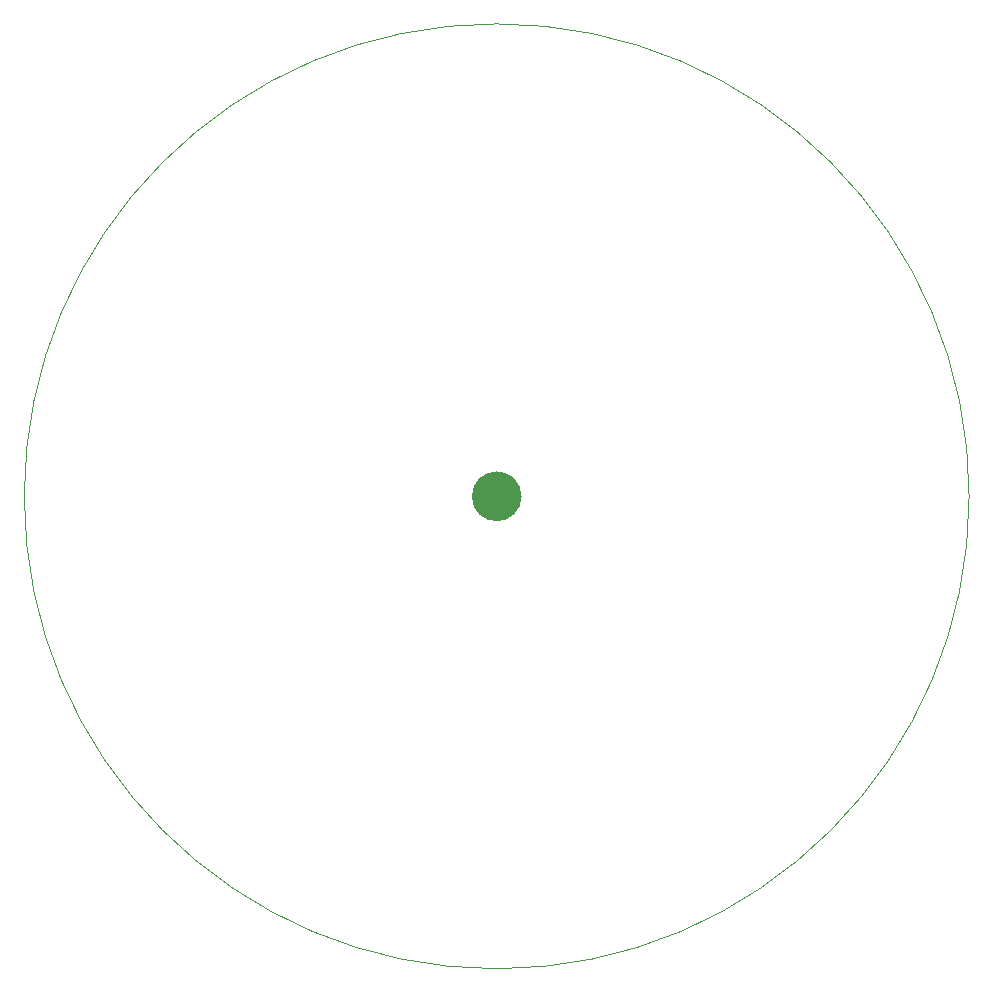
<source format=gbr>
%TF.GenerationSoftware,KiCad,Pcbnew,(6.0.8)*%
%TF.CreationDate,2022-10-21T01:17:33+13:00*%
%TF.ProjectId,Seedling,53656564-6c69-46e6-972e-6b696361645f,rev?*%
%TF.SameCoordinates,Original*%
%TF.FileFunction,Profile,NP*%
%FSLAX46Y46*%
G04 Gerber Fmt 4.6, Leading zero omitted, Abs format (unit mm)*
G04 Created by KiCad (PCBNEW (6.0.8)) date 2022-10-21 01:17:33*
%MOMM*%
%LPD*%
G01*
G04 APERTURE LIST*
%TA.AperFunction,Profile*%
%ADD10C,2.100000*%
%TD*%
%TA.AperFunction,Profile*%
%ADD11C,0.100000*%
%TD*%
G04 APERTURE END LIST*
D10*
X1050000Y0D02*
G75*
G03*
X1050000Y0I-1050000J0D01*
G01*
D11*
X40000000Y0D02*
G75*
G03*
X40000000Y0I-40000000J0D01*
G01*
M02*

</source>
